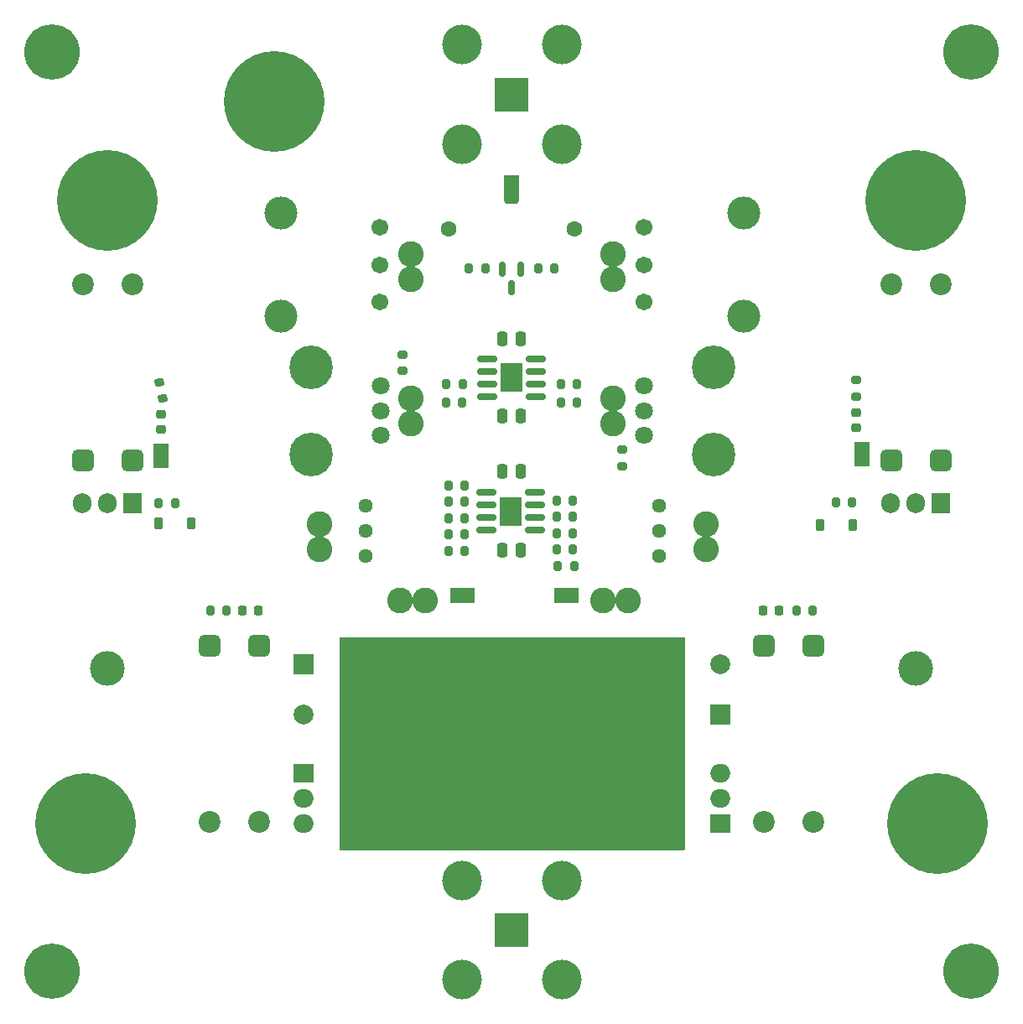
<source format=gbr>
%TF.GenerationSoftware,KiCad,Pcbnew,9.0.0*%
%TF.CreationDate,2025-08-10T21:35:17+12:00*%
%TF.ProjectId,current_gen_class_ab,63757272-656e-4745-9f67-656e5f636c61,rev?*%
%TF.SameCoordinates,Original*%
%TF.FileFunction,Soldermask,Top*%
%TF.FilePolarity,Negative*%
%FSLAX46Y46*%
G04 Gerber Fmt 4.6, Leading zero omitted, Abs format (unit mm)*
G04 Created by KiCad (PCBNEW 9.0.0) date 2025-08-10 21:35:17*
%MOMM*%
%LPD*%
G01*
G04 APERTURE LIST*
G04 Aperture macros list*
%AMRoundRect*
0 Rectangle with rounded corners*
0 $1 Rounding radius*
0 $2 $3 $4 $5 $6 $7 $8 $9 X,Y pos of 4 corners*
0 Add a 4 corners polygon primitive as box body*
4,1,4,$2,$3,$4,$5,$6,$7,$8,$9,$2,$3,0*
0 Add four circle primitives for the rounded corners*
1,1,$1+$1,$2,$3*
1,1,$1+$1,$4,$5*
1,1,$1+$1,$6,$7*
1,1,$1+$1,$8,$9*
0 Add four rect primitives between the rounded corners*
20,1,$1+$1,$2,$3,$4,$5,0*
20,1,$1+$1,$4,$5,$6,$7,0*
20,1,$1+$1,$6,$7,$8,$9,0*
20,1,$1+$1,$8,$9,$2,$3,0*%
%AMFreePoly0*
4,1,6,1.000000,0.000000,0.500000,-0.750000,-0.500000,-0.750000,-0.500000,0.750000,0.500000,0.750000,1.000000,0.000000,1.000000,0.000000,$1*%
%AMFreePoly1*
4,1,6,0.500000,-0.750000,-0.650000,-0.750000,-0.150000,0.000000,-0.650000,0.750000,0.500000,0.750000,0.500000,-0.750000,0.500000,-0.750000,$1*%
G04 Aperture macros list end*
%ADD10C,0.000000*%
%ADD11RoundRect,0.250000X-0.250000X-0.475000X0.250000X-0.475000X0.250000X0.475000X-0.250000X0.475000X0*%
%ADD12RoundRect,0.200000X-0.200000X-0.275000X0.200000X-0.275000X0.200000X0.275000X-0.200000X0.275000X0*%
%ADD13RoundRect,0.200000X0.200000X0.275000X-0.200000X0.275000X-0.200000X-0.275000X0.200000X-0.275000X0*%
%ADD14C,3.500000*%
%ADD15R,1.905000X2.000000*%
%ADD16O,1.905000X2.000000*%
%ADD17C,2.600000*%
%ADD18RoundRect,0.550000X0.550000X-0.550000X0.550000X0.550000X-0.550000X0.550000X-0.550000X-0.550000X0*%
%ADD19C,2.200000*%
%ADD20RoundRect,0.150000X-0.825000X-0.150000X0.825000X-0.150000X0.825000X0.150000X-0.825000X0.150000X0*%
%ADD21R,2.290000X3.000000*%
%ADD22RoundRect,0.550000X-0.550000X0.550000X-0.550000X-0.550000X0.550000X-0.550000X0.550000X0.550000X0*%
%ADD23RoundRect,0.225000X-0.225000X-0.375000X0.225000X-0.375000X0.225000X0.375000X-0.225000X0.375000X0*%
%ADD24RoundRect,0.200000X0.275000X-0.200000X0.275000X0.200000X-0.275000X0.200000X-0.275000X-0.200000X0*%
%ADD25RoundRect,0.200000X0.305552X-0.149208X0.236092X0.244715X-0.305552X0.149208X-0.236092X-0.244715X0*%
%ADD26RoundRect,0.218750X0.256250X-0.218750X0.256250X0.218750X-0.256250X0.218750X-0.256250X-0.218750X0*%
%ADD27C,5.600000*%
%ADD28R,3.500000X3.500000*%
%ADD29C,4.000000*%
%ADD30RoundRect,0.250000X0.475000X-0.250000X0.475000X0.250000X-0.475000X0.250000X-0.475000X-0.250000X0*%
%ADD31FreePoly0,0.000000*%
%ADD32FreePoly1,0.000000*%
%ADD33C,10.160000*%
%ADD34C,1.440000*%
%ADD35C,1.800000*%
%ADD36C,4.400000*%
%ADD37RoundRect,0.218750X-0.218750X-0.256250X0.218750X-0.256250X0.218750X0.256250X-0.218750X0.256250X0*%
%ADD38FreePoly0,90.000000*%
%ADD39FreePoly1,90.000000*%
%ADD40FreePoly0,270.000000*%
%ADD41FreePoly1,270.000000*%
%ADD42C,3.327400*%
%ADD43C,1.701800*%
%ADD44R,2.000000X2.000000*%
%ADD45C,2.000000*%
%ADD46RoundRect,0.218750X-0.256250X0.218750X-0.256250X-0.218750X0.256250X-0.218750X0.256250X0.218750X0*%
%ADD47R,2.000000X1.905000*%
%ADD48O,2.000000X1.905000*%
%ADD49C,1.600000*%
%ADD50RoundRect,0.150000X-0.150000X0.587500X-0.150000X-0.587500X0.150000X-0.587500X0.150000X0.587500X0*%
%ADD51RoundRect,0.200000X-0.275000X0.200000X-0.275000X-0.200000X0.275000X-0.200000X0.275000X0.200000X0*%
G04 APERTURE END LIST*
D10*
%TO.C,JP4*%
G36*
X155225000Y-119250000D02*
G01*
X152775000Y-119250000D01*
X152775000Y-117750000D01*
X155225000Y-117750000D01*
X155225000Y-119250000D01*
G37*
%TO.C,JP5*%
G36*
X163275000Y-117750000D02*
G01*
X165725000Y-117750000D01*
X165725000Y-119250000D01*
X163275000Y-119250000D01*
X163275000Y-117750000D01*
G37*
%TO.C,JP2*%
G36*
X124350000Y-105625000D02*
G01*
X122850000Y-105625000D01*
X122850000Y-103175000D01*
X124350000Y-103175000D01*
X124350000Y-105625000D01*
G37*
%TO.C,JP3*%
G36*
X159750000Y-78500001D02*
G01*
X158250000Y-78500001D01*
X158250000Y-76050001D01*
X159750000Y-76050001D01*
X159750000Y-78500001D01*
G37*
%TO.C,JP1*%
G36*
X195150000Y-105425000D02*
G01*
X193650000Y-105425000D01*
X193650000Y-102975000D01*
X195150000Y-102975000D01*
X195150000Y-105425000D01*
G37*
%TD*%
D11*
%TO.C,C4*%
X158050000Y-100400000D03*
X159950000Y-100400000D03*
%TD*%
D12*
%TO.C,R29*%
X187762500Y-120000000D03*
X189412500Y-120000000D03*
%TD*%
D13*
%TO.C,R9*%
X154275000Y-110700000D03*
X152625000Y-110700000D03*
%TD*%
D12*
%TO.C,R12*%
X152625000Y-109050000D03*
X154275000Y-109050000D03*
%TD*%
D14*
%TO.C,Q3*%
X118200000Y-125830000D03*
D15*
X120740000Y-109170000D03*
D16*
X118200000Y-109170000D03*
X115660001Y-109170000D03*
%TD*%
D17*
%TO.C,TP2*%
X169250000Y-84029999D03*
X169250000Y-86569999D03*
%TD*%
D11*
%TO.C,C2*%
X158020000Y-106000000D03*
X159920000Y-106000000D03*
%TD*%
D18*
%TO.C,F2*%
X115700000Y-104900000D03*
X120700000Y-104900000D03*
D19*
X115700000Y-87100000D03*
X120700000Y-87100000D03*
%TD*%
D20*
%TO.C,U1*%
X156525000Y-94595000D03*
X156525000Y-95865000D03*
X156525000Y-97135000D03*
X156525000Y-98405000D03*
X161475000Y-98405000D03*
X161475000Y-97135000D03*
X161475000Y-95865000D03*
X161475000Y-94595000D03*
D21*
X159000000Y-96500000D03*
%TD*%
D12*
%TO.C,R21*%
X191750000Y-109130000D03*
X193400000Y-109130000D03*
%TD*%
D17*
%TO.C,TP6*%
X147730000Y-119000000D03*
X150270000Y-119000000D03*
%TD*%
D12*
%TO.C,R20*%
X123375000Y-109200000D03*
X125025000Y-109200000D03*
%TD*%
D11*
%TO.C,C5*%
X158050000Y-92555000D03*
X159950000Y-92555000D03*
%TD*%
D12*
%TO.C,R27*%
X152625000Y-112350000D03*
X154275000Y-112350000D03*
%TD*%
D17*
%TO.C,TP7*%
X139600000Y-113870001D03*
X139600000Y-111330001D03*
%TD*%
%TO.C,TP4*%
X169250000Y-98629999D03*
X169250000Y-101169999D03*
%TD*%
D22*
%TO.C,F5*%
X189500000Y-123600000D03*
X184500000Y-123600000D03*
D19*
X189500000Y-141400000D03*
X184500000Y-141400000D03*
%TD*%
D23*
%TO.C,D1*%
X190150000Y-111400000D03*
X193450000Y-111400000D03*
%TD*%
D24*
%TO.C,R22*%
X193800000Y-98425000D03*
X193800000Y-96775000D03*
%TD*%
D25*
%TO.C,R23*%
X123743260Y-98637467D03*
X123456740Y-97012535D03*
%TD*%
D26*
%TO.C,D5*%
X123600000Y-101775002D03*
X123600000Y-100200000D03*
%TD*%
D27*
%TO.C,H4*%
X112600000Y-156400000D03*
%TD*%
D28*
%TO.C,J1*%
X159000000Y-67935000D03*
D29*
X153975000Y-62910000D03*
X153975000Y-72960000D03*
X164025000Y-62910000D03*
X164025000Y-72960000D03*
%TD*%
D13*
%TO.C,R11*%
X165625000Y-99000000D03*
X163975000Y-99000000D03*
%TD*%
D17*
%TO.C,TP1*%
X148800000Y-86600000D03*
X148800000Y-84060000D03*
%TD*%
%TO.C,TP8*%
X178600000Y-113870000D03*
X178600000Y-111330000D03*
%TD*%
D14*
%TO.C,Q4*%
X199800000Y-125830000D03*
D15*
X202340000Y-109170000D03*
D16*
X199800000Y-109170000D03*
X197260001Y-109170000D03*
%TD*%
D30*
%TO.C,C1*%
X159000000Y-78449999D03*
X159000000Y-76550001D03*
%TD*%
D27*
%TO.C,H2*%
X205400000Y-63600000D03*
%TD*%
D31*
%TO.C,JP4*%
X153275001Y-118500000D03*
D32*
X154724999Y-118500000D03*
%TD*%
D33*
%TO.C,J6*%
X116000000Y-141500000D03*
%TD*%
D18*
%TO.C,F1*%
X197300000Y-104900000D03*
X202300000Y-104900000D03*
D19*
X197300000Y-87100000D03*
X202300000Y-87100000D03*
%TD*%
D12*
%TO.C,R10*%
X163675000Y-115500000D03*
X165325000Y-115500000D03*
%TD*%
%TO.C,R15*%
X163525000Y-108905000D03*
X165175000Y-108905000D03*
%TD*%
D34*
%TO.C,R19*%
X144250000Y-109460000D03*
X144250000Y-112000000D03*
X144250000Y-114539999D03*
%TD*%
D12*
%TO.C,R25*%
X163525000Y-110550000D03*
X165175000Y-110550000D03*
%TD*%
D22*
%TO.C,F4*%
X133500000Y-123600000D03*
X128500000Y-123600000D03*
D19*
X133500000Y-141400000D03*
X128500000Y-141400000D03*
%TD*%
D20*
%TO.C,U2*%
X156425000Y-108095000D03*
X156425000Y-109365000D03*
X156425000Y-110635000D03*
X156425000Y-111905000D03*
X161375000Y-111905000D03*
X161375000Y-110635000D03*
X161375000Y-109365000D03*
X161375000Y-108095000D03*
D21*
X158900000Y-110000000D03*
%TD*%
D31*
%TO.C,JP5*%
X163775000Y-118500000D03*
D32*
X165225000Y-118500000D03*
%TD*%
D12*
%TO.C,R7*%
X163975000Y-97200000D03*
X165625000Y-97200000D03*
%TD*%
D35*
%TO.C,RV3*%
X145750000Y-97350000D03*
X145750000Y-99850000D03*
X145750000Y-102350000D03*
D36*
X138750000Y-104250000D03*
X138750000Y-95450001D03*
%TD*%
D28*
%TO.C,J2*%
X159000000Y-152275000D03*
D29*
X164025000Y-157300000D03*
X164025000Y-147250000D03*
X153975000Y-157300000D03*
X153975000Y-147250000D03*
%TD*%
D37*
%TO.C,D6*%
X131812500Y-120000000D03*
X133387500Y-120000000D03*
%TD*%
D38*
%TO.C,JP2*%
X123600000Y-105124999D03*
D39*
X123600000Y-103675001D03*
%TD*%
D33*
%TO.C,J5*%
X118200000Y-78600000D03*
%TD*%
D13*
%TO.C,R4*%
X154035000Y-97155000D03*
X152385000Y-97155000D03*
%TD*%
D11*
%TO.C,C3*%
X158050001Y-113900000D03*
X159949999Y-113900000D03*
%TD*%
D24*
%TO.C,R5*%
X148000000Y-95825000D03*
X148000000Y-94175000D03*
%TD*%
D40*
%TO.C,JP3*%
X159000000Y-76550002D03*
D41*
X159000000Y-78000000D03*
%TD*%
D42*
%TO.C,RV1*%
X135700000Y-90300000D03*
X135700000Y-79900000D03*
D43*
X145700000Y-88850000D03*
X145700000Y-85100001D03*
X145700000Y-81350000D03*
%TD*%
D14*
%TO.C,R16*%
X154680000Y-128000000D03*
D44*
X138020000Y-125460000D03*
D45*
X138020000Y-130539999D03*
%TD*%
D12*
%TO.C,R2*%
X154675000Y-85500000D03*
X156325000Y-85500000D03*
%TD*%
D13*
%TO.C,R14*%
X154280000Y-107400000D03*
X152630000Y-107400000D03*
%TD*%
D42*
%TO.C,RV2*%
X182400000Y-79900001D03*
X182400000Y-90300001D03*
D43*
X172400000Y-81350001D03*
X172400000Y-85100000D03*
X172400000Y-88850001D03*
%TD*%
D12*
%TO.C,R24*%
X163525000Y-112200000D03*
X165175000Y-112200000D03*
%TD*%
D13*
%TO.C,R13*%
X165175000Y-113850000D03*
X163525000Y-113850000D03*
%TD*%
D34*
%TO.C,R18*%
X173895000Y-109460000D03*
X173895000Y-112000000D03*
X173895000Y-114539999D03*
%TD*%
D33*
%TO.C,J3*%
X199800000Y-78600000D03*
%TD*%
D13*
%TO.C,R28*%
X130200000Y-120000000D03*
X128550000Y-120000000D03*
%TD*%
D23*
%TO.C,D2*%
X123350000Y-111200000D03*
X126650000Y-111200000D03*
%TD*%
D46*
%TO.C,D4*%
X193800000Y-100012499D03*
X193800000Y-101587501D03*
%TD*%
D14*
%TO.C,Q1*%
X154680000Y-139000000D03*
D47*
X138020000Y-136460000D03*
D48*
X138020000Y-139000000D03*
X138020000Y-141539999D03*
%TD*%
D35*
%TO.C,RV4*%
X172350000Y-102350000D03*
X172350000Y-99850000D03*
X172350000Y-97350000D03*
D36*
X179350000Y-95450000D03*
X179350000Y-104250000D03*
%TD*%
D12*
%TO.C,R3*%
X161675000Y-85500000D03*
X163325000Y-85500000D03*
%TD*%
D37*
%TO.C,D7*%
X184425000Y-120000000D03*
X186000000Y-120000000D03*
%TD*%
D17*
%TO.C,TP3*%
X148800000Y-101170001D03*
X148800000Y-98630001D03*
%TD*%
D13*
%TO.C,R26*%
X154280000Y-114000000D03*
X152630000Y-114000000D03*
%TD*%
D49*
%TO.C,R1*%
X152650000Y-81500000D03*
X165350000Y-81500000D03*
%TD*%
D50*
%TO.C,D3*%
X159950000Y-85562500D03*
X158050000Y-85562500D03*
X159000000Y-87437501D03*
%TD*%
D17*
%TO.C,TP5*%
X168230000Y-119000000D03*
X170770000Y-119000000D03*
%TD*%
D51*
%TO.C,R6*%
X170200000Y-103775000D03*
X170200000Y-105425000D03*
%TD*%
D33*
%TO.C,J7*%
X202000000Y-141500000D03*
%TD*%
D14*
%TO.C,R17*%
X163450000Y-128000000D03*
D44*
X180110000Y-130540000D03*
D45*
X180110000Y-125460001D03*
%TD*%
D14*
%TO.C,Q2*%
X163450000Y-139000000D03*
D47*
X180110000Y-141540000D03*
D48*
X180110000Y-139000000D03*
X180110000Y-136460001D03*
%TD*%
D12*
%TO.C,R8*%
X152350000Y-99000000D03*
X154000000Y-99000000D03*
%TD*%
D33*
%TO.C,J4*%
X135000000Y-68600000D03*
%TD*%
D40*
%TO.C,JP1*%
X194400000Y-103475001D03*
D41*
X194400000Y-104924999D03*
%TD*%
D27*
%TO.C,H1*%
X112600000Y-63600000D03*
%TD*%
%TO.C,H3*%
X205400000Y-156400000D03*
%TD*%
G36*
X176443039Y-122719685D02*
G01*
X176488794Y-122772489D01*
X176500000Y-122824000D01*
X176500000Y-144076000D01*
X176480315Y-144143039D01*
X176427511Y-144188794D01*
X176376000Y-144200000D01*
X141724000Y-144200000D01*
X141656961Y-144180315D01*
X141611206Y-144127511D01*
X141600000Y-144076000D01*
X141600000Y-122824000D01*
X141619685Y-122756961D01*
X141672489Y-122711206D01*
X141724000Y-122700000D01*
X176376000Y-122700000D01*
X176443039Y-122719685D01*
G37*
M02*

</source>
